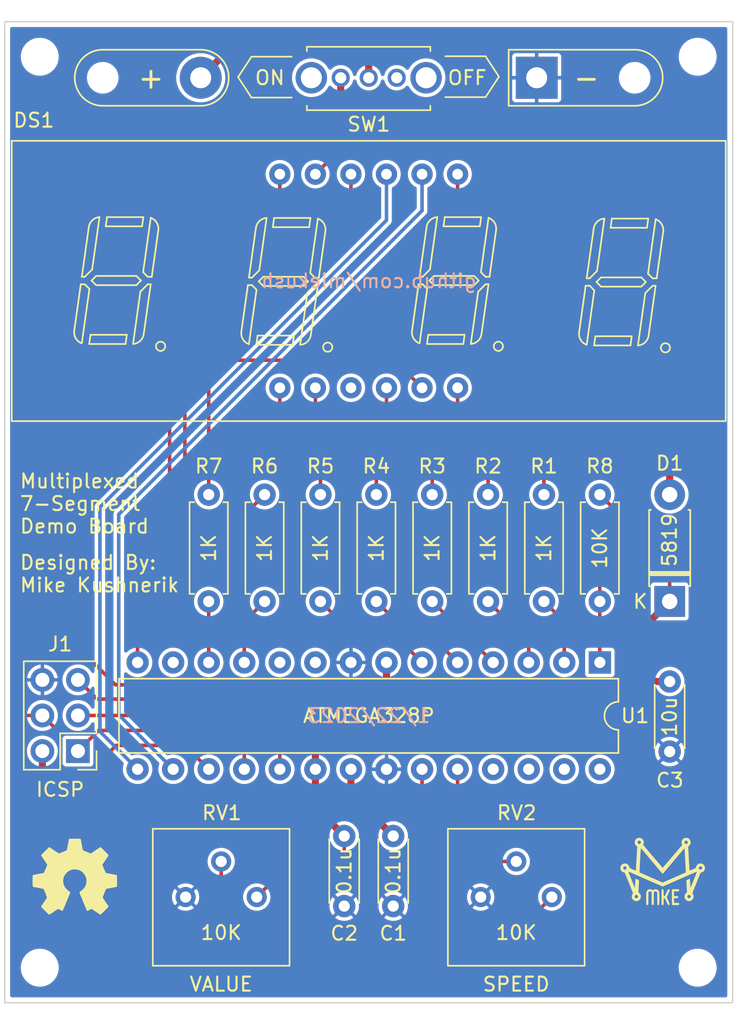
<source format=kicad_pcb>
(kicad_pcb (version 20211014) (generator pcbnew)
  (layers (0 "F.Cu" signal) (31 "B.Cu" signal) (34 "B.Paste" user) (35 "F.Paste" user) (36 "B.SilkS" user "B.Silkscreen") (37 "F.SilkS" user "F.Silkscreen") (38 "B.Mask" user) (39 "F.Mask" user) (44 "Edge.Cuts" user))
  (net 0 "")
  (net 1 "Net-(C1-Pad1)")
  (net 2 "GND")
  (net 3 "+BATT")
  (net 4 "Net-(DS1-Pad1)")
  (net 5 "Net-(DS1-Pad2)")
  (net 7 "Net-(DS1-Pad4)")
  (net 8 "Net-(DS1-Pad5)")
  (net 9 "SPI_MOSI")
  (net 10 "Net-(DS1-Pad7)")
  (net 11 "DIGIT3")
  (net 12 "DIGIT2")
  (net 13 "Net-(DS1-Pad10)")
  (net 14 "Net-(DS1-Pad11)")
  (net 15 "DIGIT1")
  (net 16 "SPI_MISO")
  (net 17 "SPI_SCK")
  (net 18 "RST")
  (net 19 "SEG_A")
  (net 20 "SEG_B")
  (net 21 "SEG_C")
  (net 22 "SEG_D")
  (net 23 "SEG_E")
  (net 24 "SEG_F")
  (net 25 "SEG_G")
  (net 26 "VAL_V")
  (net 27 "SPD_V")
  (net 29 "Net-(SW1-Pad2)")
  (net 36 "Net-(D1-Pad2)")
  (footprint "7-segment-mux-demo-pcb:WIRE_SR_C" (layer "F.Cu") (at 88 69)
    (fp_text reference "TP1")
    (fp_text value "+" (at -3.556 0) (layer "F.SilkS") (effects (font (size 1.5 1.5) (thickness 0.2))))
    (pad "" np_thru_hole circle locked (at -7 0) (size 1.75 1.75) (drill 1.75) (layers *.Cu *.Mask))
    (pad "1" thru_hole circle locked (at 0 0) (size 3 3) (drill 1.5) (layers *.Cu *.Mask) (net 29 "Net-(SW1-Pad2)"))
  )
  (footprint "Diode_THT:D_DO-41_SOD81_P7.62mm_Horizontal" (layer "F.Cu") (at 121.5 106.3658 90)
    (fp_text reference "D1" (at 9.856 0) (layer "F.SilkS"))
    (fp_text value "5819" (at 4.3848 -0.0118 90) (layer "F.SilkS"))
    (fp_text user "K" (at 0 -2.1) (layer "F.SilkS"))
    (pad "1" thru_hole rect (at 0 0 90) (size 2.2 2.2) (drill 1.1) (layers *.Cu *.Mask) (net 3 "+BATT"))
    (pad "2" thru_hole oval (at 7.62 0 90) (size 2.2 2.2) (drill 1.1) (layers *.Cu *.Mask) (net 36 "Net-(D1-Pad2)"))
  )
  (footprint "Resistor_THT:R_Axial_DIN0207_L6.3mm_D2.5mm_P7.62mm_Horizontal" (layer "F.Cu") (at 96.552856 106.3658 90)
    (fp_text reference "R5" (at 9.652 0) (layer "F.SilkS"))
    (fp_text value "1K" (at 3.81 0 90) (layer "F.SilkS"))
    (pad "1" thru_hole circle (at 0 0 90) (size 1.6 1.6) (drill 0.8) (layers *.Cu *.Mask) (net 23 "SEG_E"))
    (pad "2" thru_hole oval (at 7.62 0 90) (size 1.6 1.6) (drill 0.8) (layers *.Cu *.Mask) (net 4 "Net-(DS1-Pad1)"))
  )
  (footprint "Capacitor_THT:C_Disc_D4.3mm_W1.9mm_P5.00mm" (layer "F.Cu") (at 101.75 123.103 -90)
    (fp_text reference "C1" (at 6.945 0 180) (layer "F.SilkS"))
    (fp_text value "0.1u" (at 2.5 0 90) (layer "F.SilkS"))
    (pad "1" thru_hole circle (at 0 0 270) (size 1.6 1.6) (drill 0.8) (layers *.Cu *.Mask) (net 1 "Net-(C1-Pad1)"))
    (pad "2" thru_hole circle (at 5 0 270) (size 1.6 1.6) (drill 0.8) (layers *.Cu *.Mask) (net 2 "GND"))
  )
  (footprint "Potentiometer_THT:Potentiometer_Bourns_3386P_Vertical" (layer "F.Cu") (at 92 127.459 90)
    (fp_text reference "RV1" (at 6.0056 -2.497) (layer "F.SilkS"))
    (fp_text value "10K" (at -2.541 -2.54 180) (layer "F.SilkS"))
    (pad "1" thru_hole circle (at 0 0 90) (size 1.44 1.44) (drill 0.8) (layers *.Cu *.Mask) (net 3 "+BATT"))
    (pad "2" thru_hole circle (at 2.54 -2.54 90) (size 1.44 1.44) (drill 0.8) (layers *.Cu *.Mask) (net 26 "VAL_V"))
    (pad "3" thru_hole circle (at 0 -5.08 90) (size 1.44 1.44) (drill 0.8) (layers *.Cu *.Mask) (net 2 "GND"))
  )
  (footprint "Capacitor_THT:C_Disc_D4.3mm_W1.9mm_P5.00mm" (layer "F.Cu") (at 121.5 112.08 -90)
    (fp_text reference "C3" (at 7.046 -0.0136 180) (layer "F.SilkS"))
    (fp_text value "10u" (at 2.5 0 90) (layer "F.SilkS"))
    (pad "1" thru_hole circle (at 0 0 270) (size 1.6 1.6) (drill 0.8) (layers *.Cu *.Mask) (net 3 "+BATT"))
    (pad "2" thru_hole circle (at 5 0 270) (size 1.6 1.6) (drill 0.8) (layers *.Cu *.Mask) (net 2 "GND"))
  )
  (footprint "Resistor_THT:R_Axial_DIN0207_L6.3mm_D2.5mm_P7.62mm_Horizontal" (layer "F.Cu") (at 116.51 106.3658 90)
    (fp_text reference "R8" (at 9.652 0) (layer "F.SilkS"))
    (fp_text value "10K" (at 3.81 0 90) (layer "F.SilkS"))
    (pad "1" thru_hole circle (at 0 0 90) (size 1.6 1.6) (drill 0.8) (layers *.Cu *.Mask) (net 18 "RST"))
    (pad "2" thru_hole oval (at 7.62 0 90) (size 1.6 1.6) (drill 0.8) (layers *.Cu *.Mask) (net 3 "+BATT"))
  )
  (footprint "ECG_Amplifier:OSHW" (layer "F.Cu") (at 79 126)
    (fp_text reference "G***" hide)
    (fp_text value "LOGO" hide)
  )
  (footprint "7-segment-mux-demo-pcb:WIRE_SR_R" (layer "F.Cu") (at 112 69 180)
    (fp_text reference "TP2")
    (fp_text value "-" (at -3.556 0) (layer "F.SilkS") (effects (font (size 1.5 1.5) (thickness 0.2))))
    (pad "" np_thru_hole circle locked (at -7 0 180) (size 1.75 1.75) (drill 1.75) (layers *.Cu *.Mask))
    (pad "1" thru_hole rect locked (at 0 0 180) (size 3 3) (drill 1.5) (layers *.Cu *.Mask) (net 2 "GND"))
  )
  (footprint "Resistor_THT:R_Axial_DIN0207_L6.3mm_D2.5mm_P7.62mm_Horizontal" (layer "F.Cu") (at 88.57 106.3658 90)
    (fp_text reference "R7" (at 9.652 0) (layer "F.SilkS"))
    (fp_text value "1K" (at 3.81 0 90) (layer "F.SilkS"))
    (pad "1" thru_hole circle (at 0 0 90) (size 1.6 1.6) (drill 0.8) (layers *.Cu *.Mask) (net 25 "SEG_G"))
    (pad "2" thru_hole oval (at 7.62 0 90) (size 1.6 1.6) (drill 0.8) (layers *.Cu *.Mask) (net 8 "Net-(DS1-Pad5)"))
  )
  (footprint "MountingHole:MountingHole_2.2mm_M2" (layer "F.Cu") (at 123.5 67.5)
    (fp_text reference "H3")
    (fp_text value "MH")
    (pad "" np_thru_hole circle (at 0 0) (size 2.2 2.2) (drill 2.2) (layers *.Cu *.Mask))
  )
  (footprint "Package_DIP:DIP-28_W7.62mm" (layer "F.Cu") (at 116.51 110.718 -90)
    (fp_text reference "U1" (at 3.81 -2.5144) (layer "F.SilkS"))
    (fp_text value "ATMEGA328P" (at 3.8 16.5 180) (layer "F.SilkS"))
    (pad "1" thru_hole rect (at 0 0 270) (size 1.6 1.6) (drill 0.8) (layers *.Cu *.Mask) (net 18 "RST"))
    (pad "2" thru_hole oval (at 0 2.54 270) (size 1.6 1.6) (drill 0.8) (layers *.Cu *.Mask) (net 19 "SEG_A"))
    (pad "3" thru_hole oval (at 0 5.08 270) (size 1.6 1.6) (drill 0.8) (layers *.Cu *.Mask) (net 20 "SEG_B"))
    (pad "4" thru_hole oval (at 0 7.62 270) (size 1.6 1.6) (drill 0.8) (layers *.Cu *.Mask) (net 21 "SEG_C"))
    (pad "5" thru_hole oval (at 0 10.16 270) (size 1.6 1.6) (drill 0.8) (layers *.Cu *.Mask) (net 22 "SEG_D"))
    (pad "6" thru_hole oval (at 0 12.7 270) (size 1.6 1.6) (drill 0.8) (layers *.Cu *.Mask) (net 23 "SEG_E"))
    (pad "7" thru_hole oval (at 0 15.24 270) (size 1.6 1.6) (drill 0.8) (layers *.Cu *.Mask) (net 3 "+BATT"))
    (pad "8" thru_hole oval (at 0 17.78 270) (size 1.6 1.6) (drill 0.8) (layers *.Cu *.Mask) (net 2 "GND"))
    (pad "9" thru_hole oval (at 0 20.32 270) (size 1.6 1.6) (drill 0.8) (layers *.Cu *.Mask))
    (pad "10" thru_hole oval (at 0 22.86 270) (size 1.6 1.6) (drill 0.8) (layers *.Cu *.Mask))
    (pad "11" thru_hole oval (at 0 25.4 270) (size 1.6 1.6) (drill 0.8) (layers *.Cu *.Mask) (net 24 "SEG_F"))
    (pad "12" thru_hole oval (at 0 27.94 270) (size 1.6 1.6) (drill 0.8) (layers *.Cu *.Mask) (net 25 "SEG_G"))
    (pad "13" thru_hole oval (at 0 30.48 270) (size 1.6 1.6) (drill 0.8) (layers *.Cu *.Mask))
    (pad "14" thru_hole oval (at 0 33.02 270) (size 1.6 1.6) (drill 0.8) (layers *.Cu *.Mask) (net 15 "DIGIT1"))
    (pad "15" thru_hole oval (at 7.62 33.02 270) (size 1.6 1.6) (drill 0.8) (layers *.Cu *.Mask) (net 12 "DIGIT2"))
    (pad "16" thru_hole oval (at 7.62 30.48 270) (size 1.6 1.6) (drill 0.8) (layers *.Cu *.Mask) (net 11 "DIGIT3"))
    (pad "17" thru_hole oval (at 7.62 27.94 270) (size 1.6 1.6) (drill 0.8) (layers *.Cu *.Mask) (net 9 "SPI_MOSI"))
    (pad "18" thru_hole oval (at 7.62 25.4 270) (size 1.6 1.6) (drill 0.8) (layers *.Cu *.Mask) (net 16 "SPI_MISO"))
    (pad "19" thru_hole oval (at 7.62 22.86 270) (size 1.6 1.6) (drill 0.8) (layers *.Cu *.Mask) (net 17 "SPI_SCK"))
    (pad "20" thru_hole oval (at 7.62 20.32 270) (size 1.6 1.6) (drill 0.8) (layers *.Cu *.Mask) (net 3 "+BATT"))
    (pad "21" thru_hole oval (at 7.62 17.78 270) (size 1.6 1.6) (drill 0.8) (layers *.Cu *.Mask) (net 1 "Net-(C1-Pad1)"))
    (pad "22" thru_hole oval (at 7.62 15.24 270) (size 1.6 1.6) (drill 0.8) (layers *.Cu *.Mask) (net 2 "GND"))
    (pad "23" thru_hole oval (at 7.62 12.7 270) (size 1.6 1.6) (drill 0.8) (layers *.Cu *.Mask) (net 27 "SPD_V"))
    (pad "24" thru_hole oval (at 7.62 10.16 270) (size 1.6 1.6) (drill 0.8) (layers *.Cu *.Mask) (net 26 "VAL_V"))
    (pad "25" thru_hole oval (at 7.62 7.62 270) (size 1.6 1.6) (drill 0.8) (layers *.Cu *.Mask))
    (pad "26" thru_hole oval (at 7.62 5.08 270) (size 1.6 1.6) (drill 0.8) (layers *.Cu *.Mask))
    (pad "27" thru_hole oval (at 7.62 2.54 270) (size 1.6 1.6) (drill 0.8) (layers *.Cu *.Mask))
    (pad "28" thru_hole oval (at 7.62 0 270) (size 1.6 1.6) (drill 0.8) (layers *.Cu *.Mask))
  )
  (footprint "7-segment-mux-demo-pcb:5641AH" (layer "F.Cu") (at 100 83.5)
    (fp_text reference "DS1" (at -23.927 -11.4656 unlocked) (layer "F.SilkS"))
    (fp_text value "5641AH")
    (pad "1" thru_hole circle (at -6.35 7.62) (size 1.524 1.524) (drill 0.762) (layers *.Cu *.Mask) (net 4 "Net-(DS1-Pad1)"))
    (pad "2" thru_hole circle (at -3.81 7.62) (size 1.524 1.524) (drill 0.762) (layers *.Cu *.Mask) (net 5 "Net-(DS1-Pad2)"))
    (pad "3" thru_hole circle (at -1.27 7.62) (size 1.524 1.524) (drill 0.762) (layers *.Cu *.Mask))
    (pad "4" thru_hole circle (at 1.27 7.62) (size 1.524 1.524) (drill 0.762) (layers *.Cu *.Mask) (net 7 "Net-(DS1-Pad4)"))
    (pad "5" thru_hole circle (at 3.81 7.62) (size 1.524 1.524) (drill 0.762) (layers *.Cu *.Mask) (net 8 "Net-(DS1-Pad5)"))
    (pad "6" thru_hole circle (at 6.35 7.62) (size 1.524 1.524) (drill 0.762) (layers *.Cu *.Mask) (net 9 "SPI_MOSI"))
    (pad "7" thru_hole circle (at 6.35 -7.62) (size 1.524 1.524) (drill 0.762) (layers *.Cu *.Mask) (net 10 "Net-(DS1-Pad7)"))
    (pad "8" thru_hole circle (at 3.81 -7.62) (size 1.524 1.524) (drill 0.762) (layers *.Cu *.Mask) (net 11 "DIGIT3"))
    (pad "9" thru_hole circle (at 1.27 -7.62) (size 1.524 1.524) (drill 0.762) (layers *.Cu *.Mask) (net 12 "DIGIT2"))
    (pad "10" thru_hole circle (at -1.27 -7.62) (size 1.524 1.524) (drill 0.762) (layers *.Cu *.Mask) (net 13 "Net-(DS1-Pad10)"))
    (pad "11" thru_hole circle (at -3.81 -7.62) (size 1.524 1.524) (drill 0.762) (layers *.Cu *.Mask) (net 14 "Net-(DS1-Pad11)"))
    (pad "12" thru_hole circle (at -6.35 -7.62) (size 1.524 1.524) (drill 0.762) (layers *.Cu *.Mask) (net 15 "DIGIT1"))
  )
  (footprint "Resistor_THT:R_Axial_DIN0207_L6.3mm_D2.5mm_P7.62mm_Horizontal" (layer "F.Cu") (at 112.518568 106.3658 90)
    (fp_text reference "R1" (at 9.652 0) (layer "F.SilkS"))
    (fp_text value "1K" (at 3.81 0 90) (layer "F.SilkS"))
    (pad "1" thru_hole circle (at 0 0 90) (size 1.6 1.6) (drill 0.8) (layers *.Cu *.Mask) (net 19 "SEG_A"))
    (pad "2" thru_hole oval (at 7.62 0 90) (size 1.6 1.6) (drill 0.8) (layers *.Cu *.Mask) (net 14 "Net-(DS1-Pad11)"))
  )
  (footprint "Potentiometer_THT:Potentiometer_Bourns_3386P_Vertical" (layer "F.Cu") (at 113.08 127.459 90)
    (fp_text reference "RV2" (at 6.0056 -2.5146) (layer "F.SilkS"))
    (fp_text value "10K" (at -2.541 -2.54 180) (layer "F.SilkS"))
    (pad "1" thru_hole circle (at 0 0 90) (size 1.44 1.44) (drill 0.8) (layers *.Cu *.Mask) (net 3 "+BATT"))
    (pad "2" thru_hole circle (at 2.54 -2.54 90) (size 1.44 1.44) (drill 0.8) (layers *.Cu *.Mask) (net 27 "SPD_V"))
    (pad "3" thru_hole circle (at 0 -5.08 90) (size 1.44 1.44) (drill 0.8) (layers *.Cu *.Mask) (net 2 "GND"))
  )
  (footprint "Connector_PinHeader_2.54mm:PinHeader_2x03_P2.54mm_Vertical" (layer "F.Cu") (at 79.2276 117.043 180)
    (fp_text reference "J1" (at 1.27 7.6304) (layer "F.SilkS"))
    (fp_text value "ICSP" (at 1.27 -2.7434) (layer "F.SilkS"))
    (pad "1" thru_hole rect (at 0 0 180) (size 1.7 1.7) (drill 1) (layers *.Cu *.Mask) (net 16 "SPI_MISO"))
    (pad "2" thru_hole oval (at 2.54 0 180) (size 1.7 1.7) (drill 1) (layers *.Cu *.Mask) (net 3 "+BATT"))
    (pad "3" thru_hole oval (at 0 2.54 180) (size 1.7 1.7) (drill 1) (layers *.Cu *.Mask) (net 17 "SPI_SCK"))
    (pad "4" thru_hole oval (at 2.54 2.54 180) (size 1.7 1.7) (drill 1) (layers *.Cu *.Mask) (net 9 "SPI_MOSI"))
    (pad "5" thru_hole oval (at 0 5.08 180) (size 1.7 1.7) (drill 1) (layers *.Cu *.Mask) (net 18 "RST"))
    (pad "6" thru_hole oval (at 2.54 5.08 180) (size 1.7 1.7) (drill 1) (layers *.Cu *.Mask) (net 2 "GND"))
  )
  (footprint "7-segment-mux-demo-pcb:OS102011MS2QN1" (layer "F.Cu") (at 98 69)
    (fp_text reference "SW1" (at 2 3.3238) (layer "F.SilkS"))
    (fp_text value "PWR")
    (pad "" thru_hole circle (at 6.1 0) (size 2.25 2.25) (drill 1.5) (layers *.Cu *.Mask))
    (pad "" thru_hole circle (at -2.1 0) (size 2.25 2.25) (drill 1.5) (layers *.Cu *.Mask))
    (pad "1" thru_hole circle (at 0 0) (size 1.3 1.3) (drill 0.8) (layers *.Cu *.Mask) (net 36 "Net-(D1-Pad2)"))
    (pad "2" thru_hole circle (at 2 0) (size 1.3 1.3) (drill 0.8) (layers *.Cu *.Mask) (net 29 "Net-(SW1-Pad2)"))
    (pad "3" thru_hole circle (at 4 0) (size 1.3 1.3) (drill 0.8) (layers *.Cu *.Mask))
  )
  (footprint "Capacitor_THT:C_Disc_D4.3mm_W1.9mm_P5.00mm" (layer "F.Cu") (at 98.25 123.103 -90)
    (fp_text reference "C2" (at 6.945 0) (layer "F.SilkS"))
    (fp_text value "0.1u" (at 2.5 0 90) (layer "F.SilkS"))
    (pad "1" thru_hole circle (at 0 0 270) (size 1.6 1.6) (drill 0.8) (layers *.Cu *.Mask) (net 3 "+BATT"))
    (pad "2" thru_hole circle (at 5 0 270) (size 1.6 1.6) (drill 0.8) (layers *.Cu *.Mask) (net 2 "GND"))
  )
  (footprint "MountingHole:MountingHole_2.2mm_M2" (layer "F.Cu") (at 76.5 132.5)
    (fp_text reference "H2")
    (fp_text value "MH")
    (pad "" np_thru_hole circle (at 0 0) (size 2.2 2.2) (drill 2.2) (layers *.Cu *.Mask))
  )
  (footprint "Resistor_THT:R_Axial_DIN0207_L6.3mm_D2.5mm_P7.62mm_Horizontal" (layer "F.Cu") (at 104.535712 106.3658 90)
    (fp_text reference "R3" (at 9.652 0) (layer "F.SilkS"))
    (fp_text value "1K" (at 3.81 0 90) (layer "F.SilkS"))
    (pad "1" thru_hole circle (at 0 0 90) (size 1.6 1.6) (drill 0.8) (layers *.Cu *.Mask) (net 21 "SEG_C"))
    (pad "2" thru_hole oval (at 7.62 0 90) (size 1.6 1.6) (drill 0.8) (layers *.Cu *.Mask) (net 7 "Net-(DS1-Pad4)"))
  )
  (footprint "MountingHole:MountingHole_2.2mm_M2" (layer "F.Cu") (at 123.5 132.5)
    (fp_text reference "H4")
    (fp_text value "MH")
    (pad "" np_thru_hole circle (at 0 0) (size 2.2 2.2) (drill 2.2) (layers *.Cu *.Mask))
  )
  (footprint "Resistor_THT:R_Axial_DIN0207_L6.3mm_D2.5mm_P7.62mm_Horizontal" (layer "F.Cu") (at 92.561428 106.3658 90)
    (fp_text reference "R6" (at 9.652 0) (layer "F.SilkS"))
    (fp_text value "1K" (at 3.81 0 90) (layer "F.SilkS"))
    (pad "1" thru_hole circle (at 0 0 90) (size 1.6 1.6) (drill 0.8) (layers *.Cu *.Mask) (net 24 "SEG_F"))
    (pad "2" thru_hole oval (at 7.62 0 90) (size 1.6 1.6) (drill 0.8) (layers *.Cu *.Mask) (net 13 "Net-(DS1-Pad10)"))
  )
  (footprint "LOGO" (layer "F.Cu") (at 121 126.5)
    (fp_text reference "G***")
    (fp_text value "LOGO" hide)
  )
  (footprint "Resistor_THT:R_Axial_DIN0207_L6.3mm_D2.5mm_P7.62mm_Horizontal" (layer "F.Cu") (at 108.52714 106.3658 90)
    (fp_text reference "R2" (at 9.652 0) (layer "F.SilkS"))
    (fp_text value "1K" (at 3.81 0 90) (layer "F.SilkS"))
    (pad "1" thru_hole circle (at 0 0 90) (size 1.6 1.6) (drill 0.8) (layers *.Cu *.Mask) (net 20 "SEG_B"))
    (pad "2" thru_hole oval (at 7.62 0 90) (size 1.6 1.6) (drill 0.8) (layers *.Cu *.Mask) (net 10 "Net-(DS1-Pad7)"))
  )
  (footprint "Resistor_THT:R_Axial_DIN0207_L6.3mm_D2.5mm_P7.62mm_Horizontal" (layer "F.Cu") (at 100.544284 106.3658 90)
    (fp_text reference "R4" (at 9.652 0) (layer "F.SilkS"))
    (fp_text value "1K" (at 3.81 0 90) (layer "F.SilkS"))
    (pad "1" thru_hole circle (at 0 0 90) (size 1.6 1.6) (drill 0.8) (layers *.Cu *.Mask) (net 22 "SEG_D"))
    (pad "2" thru_hole oval (at 7.62 0 90) (size 1.6 1.6) (drill 0.8) (layers *.Cu *.Mask) (net 5 "Net-(DS1-Pad2)"))
  )
  (footprint "MountingHole:MountingHole_2.2mm_M2" (layer "F.Cu") (at 76.5 67.5)
    (fp_text reference "H1")
    (fp_text value "MH")
    (pad "" np_thru_hole circle (at 0 0) (size 2.2 2.2) (drill 2.2) (layers *.Cu *.Mask))
  )
  (gr_line (start 105.47195 67.465) (end 108.34525 67.465) (layer "F.SilkS") (width 0.12))
  (gr_line (start 91.6267 70.4142) (end 90.6675 68.955) (layer "F.SilkS") (width 0.12))
  (gr_line (start 109.30445 68.9242) (end 108.34525 67.465) (layer "F.SilkS") (width 0.12))
  (gr_line (start 91.6267 67.4958) (end 90.6675 68.955) (layer "F.SilkS") (width 0.12))
  (gr_line (start 108.34525 70.3834) (end 105.47195 70.3834) (layer "F.SilkS") (width 0.12))
  (gr_line (start 109.30445 68.9242) (end 108.34525 70.3834) (layer "F.SilkS") (width 0.12))
  (gr_line (start 91.6267 67.4958) (end 94.5 67.4958) (layer "F.SilkS") (width 0.12))
  (gr_line (start 94.5 70.4142) (end 91.6267 70.4142) (layer "F.SilkS") (width 0.12))
  (gr_rect (start 74 65) (end 126 135) (layer "Edge.Cuts") (width 0.1) (fill none))
  (gr_text "1/22/2023" (at 100 114.518) (layer "B.SilkS") (effects (font (size 1 1)) (justify mirror)))
  (gr_text "github.com/miekush" (at 100 83.5) (layer "B.SilkS") (effects (font (size 1 1)) (justify mirror)))
  (gr_text "ON" (at 92.9386 69) (layer "F.SilkS") (effects (font (size 1 1))))
  (gr_text "Multiplexed\n7-Segment\nDemo Board" (at 75 99.3902) (layer "F.SilkS") (effects (font (size 1 1)) (justify left)))
  (gr_text "VALUE" (at 89.46 133.6802) (layer "F.SilkS") (effects (font (size 1 1))))
  (gr_text "SPEED" (at 110.54 133.6802) (layer "F.SilkS") (effects (font (size 1 1))))
  (gr_text "OFF" (at 107.0356 69) (layer "F.SilkS") (effects (font (size 1 1))))
  (gr_text "Designed By:\nMike Kushnerik" (at 75 104.394) (layer "F.SilkS") (effects (font (size 1 1)) (justify left)))
  (segment (start 98.73 120.083) (end 101.75 123.103) (width 0.508) (layer "F.Cu") (net 1))
  (segment (start 98.73 118.338) (end 98.73 120.083) (width 0.508) (layer "F.Cu") (net 1))
  (segment (start 96.19 116.535) (end 96.19 118.338) (width 0.508) (layer "F.Cu") (net 3))
  (segment (start 98.25 125.6256) (end 98.25 123.103) (width 0.254) (layer "F.Cu") (net 3))
  (segment (start 76.6876 117.043) (end 76.6876 119.6898) (width 0.508) (layer "F.Cu") (net 3))
  (segment (start 119.126 112.014) (end 119.126 113.03) (width 0.508) (layer "F.Cu") (net 3))
  (segment (start 101.27 114.478) (end 101.346 114.554) (width 0.508) (layer "F.Cu") (net 3))
  (segment (start 101.346 114.554) (end 98.171 114.554) (width 0.508) (layer "F.Cu") (net 3))
  (segment (start 78.0408 121.043) (end 96.19 121.043) (width 0.508) (layer "F.Cu") (net 3))
  (segment (start 116.51 98.7458) (end 121.5 103.7358) (width 0.254) (layer "F.Cu") (net 3))
  (segment (start 101.27 110.718) (end 101.27 114.478) (width 0.508) (layer "F.Cu") (net 3))
  (segment (start 119.192 112.08) (end 121.5 112.08) (width 0.508) (layer "F.Cu") (net 3))
  (segment (start 106.3498 129.3622) (end 111.1768 129.3622) (width 0.254) (layer "F.Cu") (net 3))
  (segment (start 102.6668 125.6792) (end 106.3498 129.3622) (width 0.254) (layer "F.Cu") (net 3))
  (segment (start 119.126 108.7398) (end 119.126 112.014) (width 0.508) (layer "F.Cu") (net 3))
  (segment (start 96.19 118.338) (end 96.19 121.043) (width 0.508) (layer "F.Cu") (net 3))
  (segment (start 117.602 114.554) (end 101.346 114.554) (width 0.508) (layer "F.Cu") (net 3))
  (segment (start 121.5 106.3658) (end 119.126 108.7398) (width 0.508) (layer "F.Cu") (net 3))
  (segment (start 98.1964 125.6792) (end 102.6668 125.6792) (width 0.254) (layer "F.Cu") (net 3))
  (segment (start 76.6876 119.6898) (end 78.0408 121.043) (width 0.508) (layer "F.Cu") (net 3))
  (segment (start 93.7798 125.6792) (end 98.1964 125.6792) (width 0.254) (layer "F.Cu") (net 3))
  (segment (start 119.126 113.03) (end 117.602 114.554) (width 0.508) (layer "F.Cu") (net 3))
  (segment (start 92 127.459) (end 93.7798 125.6792) (width 0.254) (layer "F.Cu") (net 3))
  (segment (start 98.1964 125.6792) (end 98.25 125.6256) (width 0.254) (layer "F.Cu") (net 3))
  (segment (start 98.171 114.554) (end 96.19 116.535) (width 0.508) (layer "F.Cu") (net 3))
  (segment (start 119.126 112.014) (end 119.192 112.08) (width 0.508) (layer "F.Cu") (net 3))
  (segment (start 121.5 103.7358) (end 121.5 106.3658) (width 0.254) (layer "F.Cu") (net 3))
  (segment (start 111.1768 129.3622) (end 113.08 127.459) (width 0.254) (layer "F.Cu") (net 3))
  (segment (start 96.19 121.043) (end 98.25 123.103) (width 0.508) (layer "F.Cu") (net 3))
  (segment (start 93.65 91.12) (end 93.65 93.65) (width 0.254) (layer "F.Cu") (net 4))
  (segment (start 93.65 93.65) (end 96.552856 96.552856) (width 0.254) (layer "F.Cu") (net 4))
  (segment (start 96.552856 96.552856) (end 96.552856 98.7458) (width 0.254) (layer "F.Cu") (net 4))
  (segment (start 96.19 92.634) (end 100.544284 96.988284) (width 0.254) (layer "F.Cu") (net 5))
  (segment (start 96.19 91.12) (end 96.19 92.634) (width 0.254) (layer "F.Cu") (net 5))
  (segment (start 100.544284 96.988284) (end 100.544284 98.7458) (width 0.254) (layer "F.Cu") (net 5))
  (segment (start 101.27 93.142) (end 104.535712 96.407712) (width 0.254) (layer "F.Cu") (net 7))
  (segment (start 101.27 91.12) (end 101.27 93.142) (width 0.254) (layer "F.Cu") (net 7))
  (segment (start 104.535712 96.407712) (end 104.535712 98.7458) (width 0.254) (layer "F.Cu") (net 7))
  (segment (start 101.844 89.154) (end 90.424 89.154) (width 0.254) (layer "F.Cu") (net 8))
  (segment (start 103.81 91.12) (end 101.844 89.154) (width 0.254) (layer "F.Cu") (net 8))
  (segment (start 90.424 89.154) (end 88.57 91.008) (width 0.254) (layer "F.Cu") (net 8))
  (segment (start 88.57 91.008) (end 88.57 98.7458) (width 0.254) (layer "F.Cu") (net 8))
  (segment (start 76.6876 114.503) (end 77.9526 115.768) (width 0.254) (layer "F.Cu") (net 9))
  (segment (start 80.137 118.4656) (end 81.9658 116.6368) (width 0.254) (layer "F.Cu") (net 9))
  (segment (start 104.6988 101.9556) (end 87.2998 101.9556) (width 0.254) (layer "F.Cu") (net 9))
  (segment (start 86.8688 116.6368) (end 88.57 118.338) (width 0.254) (layer "F.Cu") (net 9))
  (segment (start 79.6544 110.0582) (end 75.7936 110.0582) (width 0.254) (layer "F.Cu") (net 9))
  (segment (start 77.9526 117.983) (end 78.4352 118.4656) (width 0.254) (layer "F.Cu") (net 9))
  (segment (start 106.35 100.3044) (end 104.6988 101.9556) (width 0.254) (layer "F.Cu") (net 9))
  (segment (start 77.9526 115.768) (end 77.9526 117.983) (width 0.254) (layer "F.Cu") (net 9))
  (segment (start 75.7936 110.0582) (end 74.9808 110.871) (width 0.254) (layer "F.Cu") (net 9))
  (segment (start 74.9808 110.871) (end 74.9808 113.9444) (width 0.254) (layer "F.Cu") (net 9))
  (segment (start 74.9808 113.9444) (end 75.5394 114.503) (width 0.254) (layer "F.Cu") (net 9))
  (segment (start 84.7598 104.4956) (end 84.7598 111.4552) (width 0.254) (layer "F.Cu") (net 9))
  (segment (start 87.2998 101.9556) (end 84.7598 104.4956) (width 0.254) (layer "F.Cu") (net 9))
  (segment (start 83.8962 112.3188) (end 81.915 112.3188) (width 0.254) (layer "F.Cu") (net 9))
  (segment (start 81.915 112.3188) (end 79.6544 110.0582) (width 0.254) (layer "F.Cu") (net 9))
  (segment (start 106.35 91.12) (end 106.35 100.3044) (width 0.254) (layer "F.Cu") (net 9))
  (segment (start 78.4352 118.4656) (end 80.137 118.4656) (width 0.254) (layer "F.Cu") (net 9))
  (segment (start 75.5394 114.503) (end 76.6876 114.503) (width 0.254) (layer "F.Cu") (net 9))
  (segment (start 84.7598 111.4552) (end 83.8962 112.3188) (width 0.254) (layer "F.Cu") (net 9))
  (segment (start 81.9658 116.6368) (end 86.8688 116.6368) (width 0.254) (layer "F.Cu") (net 9))
  (segment (start 106.35 87.554) (end 108.52714 89.73114) (width 0.254) (layer "F.Cu") (net 10))
  (segment (start 106.35 75.88) (end 106.35 87.554) (width 0.254) (layer "F.Cu") (net 10))
  (segment (start 108.52714 89.73114) (end 108.52714 98.7458) (width 0.254) (layer "F.Cu") (net 10))
  (segment (start 86.03 118.338) (end 82.1436 114.4516) (width 0.254) (layer "B.Cu") (net 11))
  (segment (start 82.1436 114.4516) (end 82.1436 100.1522) (width 0.254) (layer "B.Cu") (net 11))
  (segment (start 82.1436 100.1522) (end 103.81 78.4858) (width 0.254) (layer "B.Cu") (net 11))
  (segment (start 103.81 78.4858) (end 103.81 75.88) (width 0.254) (layer "B.Cu") (net 11))
  (segment (start 80.7974 99.6442) (end 101.27 79.1716) (width 0.254) (layer "B.Cu") (net 12))
  (segment (start 80.7974 115.6454) (end 80.7974 99.6442) (width 0.254) (layer "B.Cu") (net 12))
  (segment (start 83.49 118.338) (end 80.7974 115.6454) (width 0.254) (layer "B.Cu") (net 12))
  (segment (start 101.27 79.1716) (end 101.27 75.88) (width 0.254) (layer "B.Cu") (net 12))
  (segment (start 86.868 99.314) (end 86.868 90.424) (width 0.254) (layer "F.Cu") (net 13))
  (segment (start 90.977228 100.33) (end 87.884 100.33) (width 0.254) (layer "F.Cu") (net 13))
  (segment (start 87.884 100.33) (end 86.868 99.314) (width 0.254) (layer "F.Cu") (net 13))
  (segment (start 92.561428 98.7458) (end 90.977228 100.33) (width 0.254) (layer "F.Cu") (net 13))
  (segment (start 86.868 90.424) (end 98.73 78.562) (width 0.254) (layer "F.Cu") (net 13))
  (segment (start 98.73 78.562) (end 98.73 75.88) (width 0.254) (layer "F.Cu") (net 13))
  (segment (start 97.902 74.168) (end 96.19 75.88) (width 0.254) (layer "F.Cu") (net 14))
  (segment (start 112.518568 98.7458) (end 112.518568 76.450568) (width 0.254) (layer "F.Cu") (net 14))
  (segment (start 110.236 74.168) (end 97.902 74.168) (width 0.254) (layer "F.Cu") (net 14))
  (segment (start 112.518568 76.450568) (end 110.236 74.168) (width 0.254) (layer "F.Cu") (net 14))
  (segment (start 83.49 110.718) (end 83.49 103.9112) (width 0.254) (layer "F.Cu") (net 15))
  (segment (start 93.65 81.9148) (end 93.65 75.88) (width 0.254) (layer "F.Cu") (net 15))
  (segment (start 85.7758 101.6254) (end 85.7758 89.789) (width 0.254) (layer "F.Cu") (net 15))
  (segment (start 85.7758 89.789) (end 93.65 81.9148) (width 0.254) (layer "F.Cu") (net 15))
  (segment (start 83.49 103.9112) (end 85.7758 101.6254) (width 0.254) (layer "F.Cu") (net 15))
  (segment (start 89.916 115.57) (end 91.11 116.764) (width 0.254) (layer "F.Cu") (net 16))
  (segment (start 79.2276 117.043) (end 80.7006 115.57) (width 0.254) (layer "F.Cu") (net 16))
  (segment (start 80.7006 115.57) (end 89.916 115.57) (width 0.254) (layer "F.Cu") (net 16))
  (segment (start 91.11 116.764) (end 91.11 118.338) (width 0.254) (layer "F.Cu") (net 16))
  (segment (start 93.65 116.002) (end 93.65 118.338) (width 0.254) (layer "F.Cu") (net 17))
  (segment (start 92.151 114.503) (end 93.65 116.002) (width 0.254) (layer "F.Cu") (net 17))
  (segment (start 79.2276 114.503) (end 92.151 114.503) (width 0.254) (layer "F.Cu") (net 17))
  (segment (start 116.51 105.2578) (end 115.1636 103.9114) (width 0.254) (layer "F.Cu") (net 18))
  (segment (start 87.2998 105.4862) (end 87.2998 111.8108) (width 0.254) (layer "F.Cu") (net 18))
  (segment (start 80.5994 113.3348) (end 79.2276 111.963) (width 0.254) (layer "F.Cu") (net 18))
  (segment (start 87.2998 111.8108) (end 85.7758 113.3348) (width 0.254) (layer "F.Cu") (net 18))
  (segment (start 116.51 106.3658) (end 116.51 110.718) (width 0.254) (layer "F.Cu") (net 18))
  (segment (start 115.1636 103.9114) (end 88.8746 103.9114) (width 0.254) (layer "F.Cu") (net 18))
  (segment (start 88.8746 103.9114) (end 87.2998 105.4862) (width 0.254) (layer "F.Cu") (net 18))
  (segment (start 85.7758 113.3348) (end 80.5994 113.3348) (width 0.254) (layer "F.Cu") (net 18))
  (segment (start 116.51 106.3658) (end 116.51 105.2578) (width 0.254) (layer "F.Cu") (net 18))
  (segment (start 113.97 107.817232) (end 113.97 110.718) (width 0.254) (layer "F.Cu") (net 19))
  (segment (start 112.518568 106.3658) (end 113.97 107.817232) (width 0.254) (layer "F.Cu") (net 19))
  (segment (start 108.52714 106.3658) (end 111.43 109.26866) (width 0.254) (layer "F.Cu") (net 20))
  (segment (start 111.43 109.26866) (end 111.43 110.718) (width 0.254) (layer "F.Cu") (net 20))
  (segment (start 104.535712 106.3658) (end 108.887912 110.718) (width 0.254) (layer "F.Cu") (net 21))
  (segment (start 108.887912 110.718) (end 108.89 110.718) (width 0.254) (layer "F.Cu") (net 21))
  (segment (start 100.544284 106.3658) (end 102.230084 108.0516) (width 0.254) (layer "F.Cu") (net 22))
  (segment (start 103.6836 108.0516) (end 106.35 110.718) (width 0.254) (layer "F.Cu") (net 22))
  (segment (start 102.230084 108.0516) (end 103.6836 108.0516) (width 0.254) (layer "F.Cu") (net 22))
  (segment (start 102.1342 109.0422) (end 99.229256 109.0422) (width 0.254) (layer "F.Cu") (net 23))
  (segment (start 99.229256 109.0422) (end 96.552856 106.3658) (width 0.254) (layer "F.Cu") (net 23))
  (segment (start 103.81 110.718) (end 102.1342 109.0422) (width 0.254) (layer "F.Cu") (net 23))
  (segment (start 91.11 110.718) (end 91.11 107.817228) (width 0.254) (layer "F.Cu") (net 24))
  (segment (start 91.11 107.817228) (end 92.561428 106.3658) (width 0.254) (layer "F.Cu") (net 24))
  (segment (start 88.57 106.3658) (end 88.57 110.718) (width 0.254) (layer "F.Cu") (net 25))
  (segment (start 106.35 120.7264) (end 106.35 118.338) (width 0.254) (layer "F.Cu") (net 26))
  (segment (start 112.4966 131.5974) (end 115.0366 129.0574) (width 0.254) (layer "F.Cu") (net 26))
  (segment (start 115.0366 124.4854) (end 113.1062 122.555) (width 0.254) (layer "F.Cu") (net 26))
  (segment (start 92.2528 131.5974) (end 112.4966 131.5974) (width 0.254) (layer "F.Cu") (net 26))
  (segment (start 115.0366 129.0574) (end 115.0366 124.4854) (width 0.254) (layer "F.Cu") (net 26))
  (segment (start 89.46 124.919) (end 89.46 128.8046) (width 0.254) (layer "F.Cu") (net 26))
  (segment (start 108.1786 122.555) (end 106.35 120.7264) (width 0.254) (layer "F.Cu") (net 26))
  (segment (start 113.1062 122.555) (end 108.1786 122.555) (width 0.254) (layer "F.Cu") (net 26))
  (segment (start 89.46 128.8046) (end 92.2528 131.5974) (width 0.254) (layer "F.Cu") (net 26))
  (segment (start 106.3008 124.919) (end 103.81 122.4282) (width 0.254) (layer "F.Cu") (net 27))
  (segment (start 103.81 122.4282) (end 103.81 118.338) (width 0.254) (layer "F.Cu") (net 27))
  (segment (start 110.54 124.919) (end 106.3008 124.919) (width 0.254) (layer "F.Cu") (net 27))
  (segment (start 100 68.0722) (end 100 69) (width 0.508) (layer "F.Cu") (net 29))
  (segment (start 98.7298 66.802) (end 100 68.0722) (width 0.508) (layer "F.Cu") (net 29))
  (segment (start 88 69) (end 90.198 66.802) (width 0.508) (layer "F.Cu") (net 29))
  (segment (start 90.198 66.802) (end 98.7298 66.802) (width 0.508) (layer "F.Cu") (net 29))
  (segment (start 99.4664 72.39) (end 117.3988 72.39) (width 0.508) (layer "F.Cu") (net 36))
  (segment (start 98 70.9236) (end 99.4664 72.39) (width 0.508) (layer "F.Cu") (net 36))
  (segment (start 117.3988 72.39) (end 121.5 76.4912) (width 0.508) (layer "F.Cu") (net 36))
  (segment (start 121.5 76.4912) (end 121.5 98.7458) (width 0.508) (layer "F.Cu") (net 36))
  (segment (start 98 69) (end 98 70.9236) (width 0.508) (layer "F.Cu") (net 36))
  (zone (net 2) (net_name "GND") (layer "B.Cu") (connect_pads (clearance 0.25)) (min_thickness 0.25) (fill yes (thermal_gap 0.25) (thermal_bridge_width 0.254))
    (polygon (pts (xy 126.238 135.128) (xy 73.66 135.128) (xy 73.66 64.77) (xy 126.238 64.77)))
  )
)
</source>
